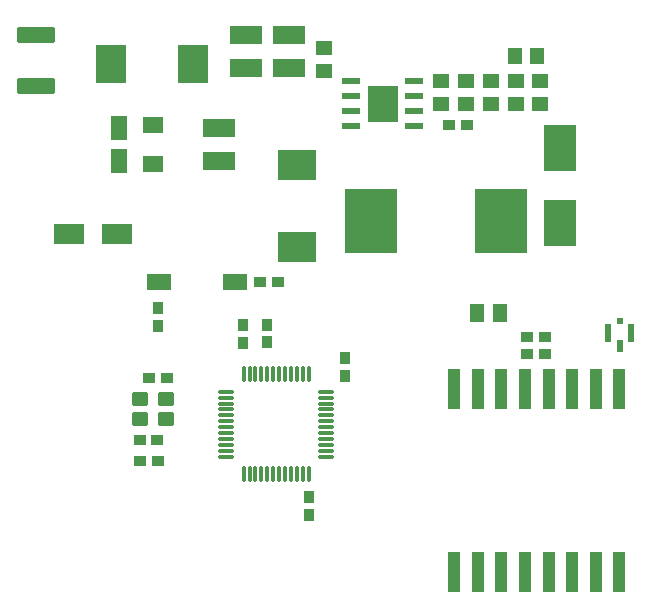
<source format=gtp>
G04*
G04 #@! TF.GenerationSoftware,Altium Limited,Altium Designer,20.2.6 (244)*
G04*
G04 Layer_Color=8421504*
%FSLAX24Y24*%
%MOIN*%
G70*
G04*
G04 #@! TF.SameCoordinates,10DCDC14-C833-4712-9BA6-5F063841230D*
G04*
G04*
G04 #@! TF.FilePolarity,Positive*
G04*
G01*
G75*
%ADD23R,0.1024X0.1220*%
%ADD24R,0.1063X0.0630*%
%ADD25R,0.1772X0.2165*%
G04:AMPARAMS|DCode=26|XSize=52.8mil|YSize=129.5mil|CornerRadius=6.6mil|HoleSize=0mil|Usage=FLASHONLY|Rotation=270.000|XOffset=0mil|YOffset=0mil|HoleType=Round|Shape=RoundedRectangle|*
%AMROUNDEDRECTD26*
21,1,0.0528,0.1163,0,0,270.0*
21,1,0.0396,0.1295,0,0,270.0*
1,1,0.0132,-0.0582,-0.0198*
1,1,0.0132,-0.0582,0.0198*
1,1,0.0132,0.0582,0.0198*
1,1,0.0132,0.0582,-0.0198*
%
%ADD26ROUNDEDRECTD26*%
%ADD27R,0.0374X0.0394*%
%ADD28R,0.0394X0.1378*%
%ADD29R,0.0197X0.0394*%
%ADD30R,0.0236X0.0591*%
%ADD31R,0.0197X0.0217*%
%ADD32R,0.0394X0.0374*%
%ADD33R,0.0512X0.0591*%
%ADD34R,0.1102X0.1575*%
%ADD35R,0.0551X0.0472*%
%ADD36R,0.0472X0.0551*%
%ADD37R,0.0610X0.0236*%
%ADD38R,0.0984X0.1299*%
%ADD39R,0.1299X0.0984*%
%ADD40R,0.0709X0.0531*%
%ADD41R,0.0571X0.0807*%
%ADD42R,0.0984X0.0669*%
%ADD43R,0.0787X0.0551*%
%ADD44O,0.0118X0.0571*%
%ADD45O,0.0571X0.0118*%
G04:AMPARAMS|DCode=46|XSize=55.1mil|YSize=47.2mil|CornerRadius=5.9mil|HoleSize=0mil|Usage=FLASHONLY|Rotation=0.000|XOffset=0mil|YOffset=0mil|HoleType=Round|Shape=RoundedRectangle|*
%AMROUNDEDRECTD46*
21,1,0.0551,0.0354,0,0,0.0*
21,1,0.0433,0.0472,0,0,0.0*
1,1,0.0118,0.0217,-0.0177*
1,1,0.0118,-0.0217,-0.0177*
1,1,0.0118,-0.0217,0.0177*
1,1,0.0118,0.0217,0.0177*
%
%ADD46ROUNDEDRECTD46*%
D23*
X15120Y19350D02*
D03*
D24*
X12000Y20538D02*
D03*
Y21640D02*
D03*
X10560D02*
D03*
Y20538D02*
D03*
X9680Y17450D02*
D03*
Y18552D02*
D03*
D25*
X14725Y15450D02*
D03*
X19055Y15450D02*
D03*
D26*
X3560Y21643D02*
D03*
Y19950D02*
D03*
D27*
X12680Y5660D02*
D03*
Y6251D02*
D03*
X13880Y10875D02*
D03*
Y10285D02*
D03*
X11280Y11985D02*
D03*
Y11395D02*
D03*
X10470Y11975D02*
D03*
Y11385D02*
D03*
X7620Y11955D02*
D03*
Y12545D02*
D03*
D28*
X17504Y3749D02*
D03*
X18291D02*
D03*
X19079D02*
D03*
X19866D02*
D03*
X20654D02*
D03*
X21441D02*
D03*
X22229D02*
D03*
X23016D02*
D03*
Y9851D02*
D03*
X22229D02*
D03*
X21441D02*
D03*
X20654D02*
D03*
X19866D02*
D03*
X19079D02*
D03*
X18291D02*
D03*
X17504D02*
D03*
D29*
X23020Y11267D02*
D03*
D30*
X22626Y11720D02*
D03*
X23414D02*
D03*
D31*
X23020Y12124D02*
D03*
D32*
X19935Y11020D02*
D03*
X20525D02*
D03*
X19935Y11590D02*
D03*
X20525D02*
D03*
X17935Y18640D02*
D03*
X17345D02*
D03*
X11635Y13420D02*
D03*
X11045D02*
D03*
X7335Y10210D02*
D03*
X7925D02*
D03*
X7045Y7450D02*
D03*
X7635D02*
D03*
X7615Y8150D02*
D03*
X7025D02*
D03*
D33*
X18272Y12370D02*
D03*
X19020D02*
D03*
D34*
X21030Y15390D02*
D03*
Y17870D02*
D03*
D35*
X20350Y20100D02*
D03*
Y19352D02*
D03*
X19559Y20101D02*
D03*
Y19353D02*
D03*
X18734Y20106D02*
D03*
Y19358D02*
D03*
X17904Y20106D02*
D03*
Y19358D02*
D03*
X17069Y20101D02*
D03*
Y19353D02*
D03*
X13170Y20450D02*
D03*
Y21198D02*
D03*
D36*
X19528Y20939D02*
D03*
X20276D02*
D03*
D37*
X14057Y18600D02*
D03*
Y19100D02*
D03*
Y19600D02*
D03*
Y20100D02*
D03*
X16183D02*
D03*
Y19600D02*
D03*
Y19100D02*
D03*
Y18600D02*
D03*
D38*
X8800Y20690D02*
D03*
X6056D02*
D03*
D39*
X12250Y14576D02*
D03*
Y17320D02*
D03*
D40*
X7460Y18650D02*
D03*
Y17331D02*
D03*
D41*
X6340Y17439D02*
D03*
Y18561D02*
D03*
D42*
X4680Y15010D02*
D03*
X6280D02*
D03*
D43*
X10190Y13420D02*
D03*
X7670D02*
D03*
D44*
X10487Y10333D02*
D03*
X10684D02*
D03*
X10881D02*
D03*
X11078D02*
D03*
X11275D02*
D03*
X11472D02*
D03*
X11668D02*
D03*
X11865D02*
D03*
X12062D02*
D03*
X12259D02*
D03*
X12456D02*
D03*
X12653D02*
D03*
Y7007D02*
D03*
X12456D02*
D03*
X12259D02*
D03*
X12062D02*
D03*
X11865D02*
D03*
X11668D02*
D03*
X11472D02*
D03*
X11275D02*
D03*
X11078D02*
D03*
X10881D02*
D03*
X10684D02*
D03*
X10487D02*
D03*
D45*
X13233Y9753D02*
D03*
Y9556D02*
D03*
Y9359D02*
D03*
Y9162D02*
D03*
Y8965D02*
D03*
Y8768D02*
D03*
Y8572D02*
D03*
Y8375D02*
D03*
Y8178D02*
D03*
Y7981D02*
D03*
Y7784D02*
D03*
Y7587D02*
D03*
X9907D02*
D03*
Y7784D02*
D03*
Y7981D02*
D03*
Y8178D02*
D03*
Y8375D02*
D03*
Y8572D02*
D03*
Y8768D02*
D03*
Y8965D02*
D03*
Y9162D02*
D03*
Y9359D02*
D03*
Y9556D02*
D03*
Y9753D02*
D03*
D46*
X7037Y8835D02*
D03*
X7903D02*
D03*
Y9505D02*
D03*
X7037D02*
D03*
M02*

</source>
